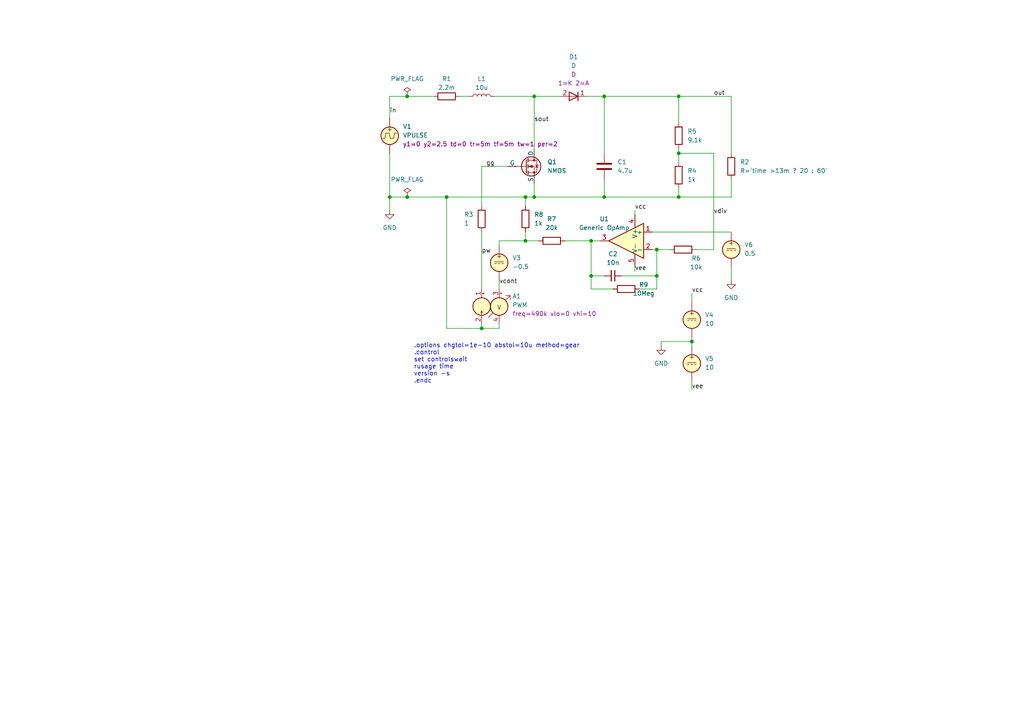
<source format=kicad_sch>
(kicad_sch (version 20230819) (generator eeschema)
  (paper "A4")
  (lib_symbols
    (symbol "D_1" (pin_names (offset 1.016) hide)
      (property "Reference" "D" (at 0 2.54 0))
      (property "Value" "D" (at 0 -2.54 0))
      (property "Sim.Device" "D" (at 0 0 0))
      (property "Sim.Pins" "1=K 2=A" (at 0 0 0))
      (symbol "D_1_0_1"
        (polyline (pts (xy -1.27 1.27) (xy -1.27 -1.27)) (stroke (width 0.254)))
        (polyline (pts (xy 1.27 0) (xy -1.27 0)))
        (polyline (pts (xy 1.27 1.27) (xy 1.27 -1.27) (xy -1.27 0) (xy 1.27 1.27)) (stroke (width 0.254)))
      )
      (symbol "D_1_1_1"
        (pin passive line (at -3.81 0 0) (length 2.54) (name "K") (number "1"))
        (pin passive line (at 3.81 0 180) (length 2.54) (name "A") (number "2"))
      )
    )
    (symbol "Device:C" (pin_numbers hide) (pin_names (offset 0.254))
      (property "Reference" "C" (at 0.635 2.54 0))
      (property "Value" "C" (at 0.635 -2.54 0))
      (symbol "C_0_1"
        (polyline (pts (xy -2.032 -0.762) (xy 2.032 -0.762)) (stroke (width 0.508)))
        (polyline (pts (xy -2.032 0.762) (xy 2.032 0.762)) (stroke (width 0.508)))
      )
      (symbol "C_1_1"
        (pin passive line (at 0 3.81 270) (length 2.794) (name "~") (number "1"))
        (pin passive line (at 0 -3.81 90) (length 2.794) (name "~") (number "2"))
      )
    )
    (symbol "Device:C_Small" (pin_numbers hide) (pin_names (offset 0.254) hide)
      (property "Reference" "C" (at 0.254 1.778 0))
      (property "Value" "C_Small" (at 0.254 -2.032 0))
      (symbol "C_Small_0_1"
        (polyline (pts (xy -1.524 -0.508) (xy 1.524 -0.508)) (stroke (width 0.3302)))
        (polyline (pts (xy -1.524 0.508) (xy 1.524 0.508)) (stroke (width 0.3048)))
      )
      (symbol "C_Small_1_1"
        (pin passive line (at 0 2.54 270) (length 2.032) (name "~") (number "1"))
        (pin passive line (at 0 -2.54 90) (length 2.032) (name "~") (number "2"))
      )
    )
    (symbol "Device:L" (pin_numbers hide) (pin_names (offset 1.016) hide)
      (property "Reference" "L" (at -1.27 0 90))
      (property "Value" "L" (at 1.905 0 90))
      (symbol "L_0_1"
        (arc (start 0 -2.54) (mid 0.6323 -1.905) (end 0 -1.27))
        (arc (start 0 -1.27) (mid 0.6323 -0.635) (end 0 0))
        (arc (start 0 0) (mid 0.6323 0.635) (end 0 1.27))
        (arc (start 0 1.27) (mid 0.6323 1.905) (end 0 2.54))
      )
      (symbol "L_1_1"
        (pin passive line (at 0 3.81 270) (length 1.27) (name "1") (number "1"))
        (pin passive line (at 0 -3.81 90) (length 1.27) (name "2") (number "2"))
      )
    )
    (symbol "Device:R" (pin_numbers hide) (pin_names (offset 0))
      (property "Reference" "R" (at 2.032 0 90))
      (property "Value" "R" (at 0 0 90))
      (symbol "R_0_1"
        (rectangle (start -1.016 -2.54) (end 1.016 2.54) (stroke (width 0.254)))
      )
      (symbol "R_1_1"
        (pin passive line (at 0 3.81 270) (length 1.27) (name "~") (number "1"))
        (pin passive line (at 0 -3.81 90) (length 1.27) (name "~") (number "2"))
      )
    )
    (symbol "PWM:PWM" (pin_names (offset 1.016) hide)
      (property "Reference" "A1" (at -3.81 1.7146 0))
      (property "Value" "PWM" (at -3.81 -0.8254 0))
      (property "Sim.Params" "freq=100k vlo=0.7 vhi=3.5" (at -16.51 -3.81 0))
      (symbol "PWM_0_1"
        (polyline (pts (xy 0 -1.27) (xy 0 -2.286)))
        (polyline (pts (xy 0.254 -1.778) (xy 0 -1.27) (xy -0.254 -1.778)))
        (circle (center 0 0) (radius 2.54) (stroke (width 0.254)) (fill (type background)))
      )
      (symbol "PWM_1_1"
        (polyline (pts (xy 0.254 3.81) (xy 0.762 3.81)))
        (polyline (pts (xy 0.508 4.064) (xy 0.508 3.556)))
        (polyline (pts (xy 1.905 -3.175) (xy 3.175 -1.905)))
        (polyline (pts (xy 5.334 3.81) (xy 5.842 3.81)))
        (polyline (pts (xy 5.588 4.064) (xy 5.588 3.556)))
        (polyline (pts (xy 6.985 1.905) (xy 8.255 3.175)))
        (polyline (pts (xy 6.985 3.175) (xy 8.255 3.175) (xy 8.255 1.905)))
        (circle (center 5.08 0) (radius 2.54) (stroke (width 0.254)) (fill (type background)))
        (text "V" (at 5.08 -0.254 0) (effects (font (size 1.27 1.27))))
        (pin input line (at 0 5.08 270) (length 2.54) (name "N+") (number "1"))
        (pin input line (at 0 -5.08 90) (length 2.54) (name "N-") (number "2"))
        (pin passive line (at 5.08 5.08 270) (length 2.54) (name "C+") (number "3"))
        (pin passive line (at 5.08 -5.08 90) (length 2.54) (name "C-") (number "4"))
      )
    )
    (symbol "Simulation_SPICE:NMOS" (pin_numbers hide) (pin_names (offset 0))
      (property "Reference" "Q" (at 5.08 1.27 0))
      (property "Value" "NMOS" (at 5.08 -1.27 0))
      (symbol "NMOS_0_1"
        (polyline (pts (xy 0.254 0) (xy -2.54 0)))
        (polyline (pts (xy 0.254 1.905) (xy 0.254 -1.905)) (stroke (width 0.254)))
        (polyline (pts (xy 0.762 -1.27) (xy 0.762 -2.286)) (stroke (width 0.254)))
        (polyline (pts (xy 0.762 0.508) (xy 0.762 -0.508)) (stroke (width 0.254)))
        (polyline (pts (xy 0.762 2.286) (xy 0.762 1.27)) (stroke (width 0.254)))
        (polyline (pts (xy 2.54 2.54) (xy 2.54 1.778)))
        (polyline (pts (xy 2.54 -2.54) (xy 2.54 0) (xy 0.762 0)))
        (polyline (pts (xy 0.762 -1.778) (xy 3.302 -1.778) (xy 3.302 1.778) (xy 0.762 1.778)))
        (polyline (pts (xy 1.016 0) (xy 2.032 0.381) (xy 2.032 -0.381) (xy 1.016 0)) (fill (type outline)))
        (polyline (pts (xy 2.794 0.508) (xy 2.921 0.381) (xy 3.683 0.381) (xy 3.81 0.254)))
        (polyline (pts (xy 3.302 0.381) (xy 2.921 -0.254) (xy 3.683 -0.254) (xy 3.302 0.381)))
        (circle (center 1.651 0) (radius 2.794) (stroke (width 0.254)))
        (circle (center 2.54 -1.778) (radius 0.254) (fill (type outline)))
        (circle (center 2.54 1.778) (radius 0.254) (fill (type outline)))
      )
      (symbol "NMOS_1_1"
        (pin passive line (at 2.54 5.08 270) (length 2.54) (name "D") (number "1"))
        (pin input line (at -5.08 0 0) (length 2.54) (name "G") (number "2"))
        (pin passive line (at 2.54 -5.08 90) (length 2.54) (name "S") (number "3"))
      )
    )
    (symbol "Simulation_SPICE:OPAMP" (pin_names (offset 0.254))
      (property "Reference" "U" (at 3.81 3.175 0))
      (property "Value" "${SIM.PARAMS}" (at 3.81 -3.175 0))
      (symbol "OPAMP_0_1"
        (polyline (pts (xy 5.08 0) (xy -5.08 5.08) (xy -5.08 -5.08) (xy 5.08 0)) (stroke (width 0.254)) (fill (type background)))
      )
      (symbol "OPAMP_1_1"
        (pin input line (at -7.62 2.54 0) (length 2.54) (name "+") (number "1"))
        (pin input line (at -7.62 -2.54 0) (length 2.54) (name "-") (number "2"))
        (pin output line (at 7.62 0 180) (length 2.54) (name "~") (number "3"))
        (pin power_in line (at -2.54 7.62 270) (length 3.81) (name "V+") (number "4"))
        (pin power_in line (at -2.54 -7.62 90) (length 3.81) (name "V-") (number "5"))
      )
    )
    (symbol "Simulation_SPICE:VDC" (pin_numbers hide) (pin_names (offset 0.0254))
      (property "Reference" "V" (at 2.54 2.54 0))
      (property "Value" "1" (at 2.54 0 0))
      (symbol "VDC_0_0"
        (polyline (pts (xy -1.27 0.254) (xy 1.27 0.254)))
        (polyline (pts (xy -0.762 -0.254) (xy -1.27 -0.254)))
        (polyline (pts (xy 0.254 -0.254) (xy -0.254 -0.254)))
        (polyline (pts (xy 1.27 -0.254) (xy 0.762 -0.254)))
        (text "+" (at 0 1.905 0) (effects (font (size 1.27 1.27))))
      )
      (symbol "VDC_0_1"
        (circle (center 0 0) (radius 2.54) (stroke (width 0.254)) (fill (type background)))
      )
      (symbol "VDC_1_1"
        (pin passive line (at 0 5.08 270) (length 2.54) (name "~") (number "1"))
        (pin passive line (at 0 -5.08 90) (length 2.54) (name "~") (number "2"))
      )
    )
    (symbol "Simulation_SPICE:VPULSE" (pin_numbers hide) (pin_names (offset 0.0254))
      (property "Reference" "V" (at 2.54 2.54 0))
      (property "Value" "VPULSE" (at 2.54 0 0))
      (property "Sim.Params" "y1=0 y2=1 td=2n tr=2n tf=2n tw=50n per=100n" (at 2.54 -2.54 0))
      (symbol "VPULSE_0_0"
        (polyline (pts (xy -2.032 -0.762) (xy -1.397 -0.762) (xy -1.143 0.762) (xy -0.127 0.762) (xy 0.127 -0.762) (xy 1.143 -0.762) (xy 1.397 0.762) (xy 2.032 0.762)))
        (text "+" (at 0 1.905 0) (effects (font (size 1.27 1.27))))
      )
      (symbol "VPULSE_0_1"
        (circle (center 0 0) (radius 2.54) (stroke (width 0.254)) (fill (type background)))
      )
      (symbol "VPULSE_1_1"
        (pin passive line (at 0 5.08 270) (length 2.54) (name "~") (number "1"))
        (pin passive line (at 0 -5.08 90) (length 2.54) (name "~") (number "2"))
      )
    )
    (symbol "power:GND" (power) (pin_names (offset 0))
      (property "Value" "GND" (at 0 -3.81 0))
      (symbol "GND_0_1"
        (polyline (pts (xy 0 0) (xy 0 -1.27) (xy 1.27 -1.27) (xy 0 -2.54) (xy -1.27 -1.27) (xy 0 -1.27)))
      )
      (symbol "GND_1_1"
        (pin power_in line (at 0 0 270) (length 0) hide (name "GND") (number "1"))
      )
    )
    (symbol "power:PWR_FLAG" (power) (pin_numbers hide) (pin_names (offset 0) hide)
      (property "Value" "PWR_FLAG" (at 0 3.81 0))
      (symbol "PWR_FLAG_0_0"
        (pin power_out line (at 0 0 90) (length 0) (name "pwr") (number "1"))
      )
      (symbol "PWR_FLAG_0_1"
        (polyline (pts (xy 0 0) (xy 0 1.27) (xy -1.016 1.905) (xy 0 2.54) (xy 1.016 1.905) (xy 0 1.27)))
      )
    )
  )
  (junction (at 190.5 72.39))
  (junction (at 200.66 99.06))
  (junction (at 175.26 27.94))
  (junction (at 118.11 57.15))
  (junction (at 139.7 95.25))
  (junction (at 154.94 27.94))
  (junction (at 196.85 57.15))
  (junction (at 171.45 80.01))
  (junction (at 113.03 57.15))
  (junction (at 118.11 27.94))
  (junction (at 171.45 69.85))
  (junction (at 152.4 69.85))
  (junction (at 190.5 80.01))
  (junction (at 196.85 27.94))
  (junction (at 175.26 57.15))
  (junction (at 154.94 57.15))
  (junction (at 129.54 57.15))
  (junction (at 152.4 57.15))
  (junction (at 196.85 44.45))
  (wire (pts (xy 144.78 81.28) (xy 144.78 83.82)))
  (wire (pts (xy 196.85 27.94) (xy 196.85 35.56)))
  (wire (pts (xy 129.54 95.25) (xy 129.54 57.15)))
  (wire (pts (xy 175.26 27.94) (xy 196.85 27.94)))
  (wire (pts (xy 139.7 95.25) (xy 129.54 95.25)))
  (wire (pts (xy 129.54 57.15) (xy 152.4 57.15)))
  (wire (pts (xy 118.11 57.15) (xy 129.54 57.15)))
  (wire (pts (xy 191.77 99.06) (xy 191.77 100.33)))
  (wire (pts (xy 113.03 27.94) (xy 118.11 27.94)))
  (wire (pts (xy 152.4 57.15) (xy 152.4 59.69)))
  (wire (pts (xy 175.26 52.07) (xy 175.26 57.15)))
  (wire (pts (xy 152.4 67.31) (xy 152.4 69.85)))
  (wire (pts (xy 175.26 27.94) (xy 175.26 44.45)))
  (wire (pts (xy 113.03 27.94) (xy 113.03 34.29)))
  (wire (pts (xy 189.23 67.31) (xy 212.09 67.31)))
  (wire (pts (xy 152.4 57.15) (xy 154.94 57.15)))
  (wire (pts (xy 144.78 69.85) (xy 152.4 69.85)))
  (wire (pts (xy 200.66 99.06) (xy 200.66 100.33)))
  (wire (pts (xy 177.8 83.82) (xy 171.45 83.82)))
  (wire (pts (xy 144.78 69.85) (xy 144.78 71.12)))
  (wire (pts (xy 152.4 69.85) (xy 156.21 69.85)))
  (wire (pts (xy 113.03 57.15) (xy 113.03 60.96)))
  (wire (pts (xy 171.45 80.01) (xy 171.45 69.85)))
  (wire (pts (xy 200.66 85.09) (xy 200.66 87.63)))
  (wire (pts (xy 207.01 72.39) (xy 201.93 72.39)))
  (wire (pts (xy 139.7 95.25) (xy 144.78 95.25)))
  (wire (pts (xy 196.85 44.45) (xy 196.85 46.99)))
  (wire (pts (xy 212.09 27.94) (xy 212.09 44.45)))
  (wire (pts (xy 196.85 57.15) (xy 212.09 57.15)))
  (wire (pts (xy 139.7 93.98) (xy 139.7 95.25)))
  (wire (pts (xy 207.01 44.45) (xy 207.01 72.39)))
  (wire (pts (xy 200.66 99.06) (xy 191.77 99.06)))
  (wire (pts (xy 196.85 54.61) (xy 196.85 57.15)))
  (wire (pts (xy 139.7 67.31) (xy 139.7 83.82)))
  (wire (pts (xy 154.94 27.94) (xy 154.94 43.18)))
  (wire (pts (xy 196.85 44.45) (xy 207.01 44.45)))
  (wire (pts (xy 185.42 83.82) (xy 190.5 83.82)))
  (wire (pts (xy 189.23 72.39) (xy 190.5 72.39)))
  (wire (pts (xy 118.11 27.94) (xy 125.73 27.94)))
  (wire (pts (xy 171.45 69.85) (xy 173.99 69.85)))
  (wire (pts (xy 184.15 60.96) (xy 184.15 62.23)))
  (wire (pts (xy 184.15 77.47) (xy 184.15 78.74)))
  (wire (pts (xy 154.94 27.94) (xy 162.56 27.94)))
  (wire (pts (xy 163.83 69.85) (xy 171.45 69.85)))
  (wire (pts (xy 196.85 43.18) (xy 196.85 44.45)))
  (wire (pts (xy 154.94 53.34) (xy 154.94 57.15)))
  (wire (pts (xy 190.5 80.01) (xy 190.5 72.39)))
  (wire (pts (xy 139.7 48.26) (xy 147.32 48.26)))
  (wire (pts (xy 200.66 110.49) (xy 200.66 113.03)))
  (wire (pts (xy 143.51 27.94) (xy 154.94 27.94)))
  (wire (pts (xy 144.78 93.98) (xy 144.78 95.25)))
  (wire (pts (xy 171.45 80.01) (xy 175.26 80.01)))
  (wire (pts (xy 212.09 77.47) (xy 212.09 81.28)))
  (wire (pts (xy 196.85 27.94) (xy 212.09 27.94)))
  (wire (pts (xy 154.94 57.15) (xy 175.26 57.15)))
  (wire (pts (xy 212.09 57.15) (xy 212.09 52.07)))
  (wire (pts (xy 133.35 27.94) (xy 135.89 27.94)))
  (wire (pts (xy 180.34 80.01) (xy 190.5 80.01)))
  (wire (pts (xy 113.03 57.15) (xy 113.03 44.45)))
  (wire (pts (xy 171.45 83.82) (xy 171.45 80.01)))
  (wire (pts (xy 139.7 48.26) (xy 139.7 59.69)))
  (wire (pts (xy 170.18 27.94) (xy 175.26 27.94)))
  (wire (pts (xy 200.66 97.79) (xy 200.66 99.06)))
  (wire (pts (xy 175.26 57.15) (xy 196.85 57.15)))
  (wire (pts (xy 194.31 72.39) (xy 190.5 72.39)))
  (wire (pts (xy 190.5 83.82) (xy 190.5 80.01)))
  (wire (pts (xy 113.03 57.15) (xy 118.11 57.15)))
  (text ".options chgtol=1e-10 abstol=10u method=gear\n.control\nset controlswait\nrusage time\nversion -s\n.endc\n" (at 120.015 105.41 0) (effects (font (size 1.27 1.27)) (justify left)))
  (label "in" (at 113.03 33.02 0))
  (label "out" (at 207.01 27.94 0))
  (label "vdiv" (at 207.01 62.23 0))
  (label "vcc" (at 184.15 60.96 0))
  (label "gg" (at 140.97 48.26 0))
  (label "sout" (at 154.94 35.56 0))
  (label "vcc" (at 200.66 85.09 0))
  (label "vee" (at 200.66 113.03 0))
  (label "pw" (at 139.7 73.66 0))
  (label "vee" (at 184.15 78.74 0))
  (label "vcont" (at 144.78 82.55 0))
  (symbol (lib_id "power:GND") (at 113.03 60.96 0) (unit 1)
    (property "Reference" "#PWR01" (effects hide))
    (property "Value" "GND" (at 113.03 66.04 0))
    (property "Description" "Power symbol creates a global label with name \"GND\" , ground" (effects hide))
  )
  (symbol (lib_id "Device:L") (at 139.7 27.94 90) (unit 1)
    (property "Reference" "L1" (at 139.7 22.86 90))
    (property "Value" "10u" (at 139.7 25.4 90))
    (property "Description" "Inductor" (effects hide))
  )
  (symbol (lib_id "Device:R") (at 198.12 72.39 270) (unit 1)
    (property "Reference" "R6" (at 201.93 74.93 90))
    (property "Value" "10k" (at 201.93 77.47 90))
    (property "Description" "Resistor" (effects hide))
  )
  (symbol (lib_id "power:GND") (at 191.77 100.33 0) (unit 1)
    (property "Reference" "#PWR03" (effects hide))
    (property "Value" "GND" (at 191.77 105.41 0))
    (property "Description" "Power symbol creates a global label with name \"GND\" , ground" (effects hide))
  )
  (symbol (lib_id "Simulation_SPICE:OPAMP") (at 181.61 69.85 0) (mirror y) (unit 1)
    (property "Reference" "U1" (at 175.26 63.5 0))
    (property "Value" "Generic OpAmp" (at 175.26 66.04 0))
    (property "Description" "Operational amplifier, single, node sequence=1:+ 2:- 3:OUT 4:V+ 5:V-" (effects hide))
    (property "Sim.Pins" "1=in+ 2=in- 3=out 4=vcc 5=vee" (effects hide))
    (property "Sim.Device" "SUBCKT" (effects hide))
    (property "Sim.Library" "D:\\Spice_general\\KiCad-799\\SMPS\\basic-complete\\GenOpAmp.lib" (effects hide))
    (property "Sim.Name" "genopa1" (effects hide))
  )
  (symbol (lib_id "Simulation_SPICE:VDC") (at 200.66 105.41 0) (unit 1)
    (property "Reference" "V5" (at 204.47 104.0101 0) (effects (justify left)))
    (property "Value" "10" (at 204.47 106.5501 0) (effects (justify left)))
    (property "Description" "Voltage source, DC" (effects hide))
    (property "Sim.Pins" "1=+ 2=-" (effects hide))
    (property "Sim.Type" "DC" (effects hide))
    (property "Sim.Device" "V" (effects hide))
  )
  (symbol (lib_id "Simulation_SPICE:VPULSE") (at 113.03 39.37 0) (unit 1)
    (property "Reference" "V1" (at 116.84 36.7001 0) (effects (justify left)))
    (property "Value" "VPULSE" (at 116.84 39.2401 0) (effects (justify left)))
    (property "Description" "Voltage source, pulse" (effects hide))
    (property "Sim.Pins" "1=+ 2=-" (effects hide))
    (property "Sim.Type" "PULSE" (effects hide))
    (property "Sim.Device" "V" (effects hide))
    (property "Sim.Params" "y1=0 y2=2.5 td=0 tr=5m tf=5m tw=1 per=2" (at 116.84 41.7801 0) (effects (justify left)))
  )
  (symbol (lib_id "power:GND") (at 212.09 81.28 0) (unit 1)
    (property "Reference" "#PWR04" (effects hide))
    (property "Value" "GND" (at 212.09 86.36 0))
    (property "Description" "Power symbol creates a global label with name \"GND\" , ground" (effects hide))
  )
  (symbol (lib_id "Simulation_SPICE:VDC") (at 212.09 72.39 0) (unit 1)
    (property "Reference" "V6" (at 215.9 70.9901 0) (effects (justify left)))
    (property "Value" "0.5" (at 215.9 73.5301 0) (effects (justify left)))
    (property "Description" "Voltage source, DC" (effects hide))
    (property "Sim.Pins" "1=+ 2=-" (effects hide))
    (property "Sim.Type" "DC" (effects hide))
    (property "Sim.Device" "V" (effects hide))
  )
  (symbol (lib_id "Device:R") (at 196.85 39.37 0) (unit 1)
    (property "Reference" "R5" (at 199.39 38.0999 0) (effects (justify left)))
    (property "Value" "9.1k" (at 199.39 40.6399 0) (effects (justify left)))
    (property "Description" "Resistor" (effects hide))
  )
  (symbol (lib_id "power:PWR_FLAG") (at 118.11 57.15 0) (unit 1)
    (property "Reference" "#FLG02" (effects hide))
    (property "Value" "PWR_FLAG" (at 118.11 52.07 0))
    (property "Description" "Special symbol for telling ERC where power comes from" (effects hide))
  )
  (symbol (lib_id "Simulation_SPICE:VDC") (at 200.66 92.71 0) (unit 1)
    (property "Reference" "V4" (at 204.47 91.3101 0) (effects (justify left)))
    (property "Value" "10" (at 204.47 93.8501 0) (effects (justify left)))
    (property "Description" "Voltage source, DC" (effects hide))
    (property "Sim.Pins" "1=+ 2=-" (effects hide))
    (property "Sim.Type" "DC" (effects hide))
    (property "Sim.Device" "V" (effects hide))
  )
  (symbol (lib_id "Device:C_Small") (at 177.8 80.01 270) (mirror x) (unit 1)
    (property "Reference" "C2" (at 177.7936 73.66 90))
    (property "Value" "10n" (at 177.7936 76.2 90))
    (property "Description" "Unpolarized capacitor, small symbol" (effects hide))
  )
  (symbol (lib_id "Device:C") (at 175.26 48.26 0) (unit 1)
    (property "Reference" "C1" (at 179.07 46.9899 0) (effects (justify left)))
    (property "Value" "4.7u" (at 179.07 49.5299 0) (effects (justify left)))
    (property "Description" "Unpolarized capacitor" (effects hide))
  )
  (symbol (lib_id "PWM:PWM") (at 139.7 88.9 0) (unit 1)
    (property "Reference" "A1" (at 148.59 85.9154 0) (effects (justify left)))
    (property "Value" "PWM" (at 148.59 88.4554 0) (effects (justify left)))
    (property "Datasheet" "https://ngspice.sourceforge.io/docs.html" (effects hide))
    (property "Description" "Voltage-dependent Voltage source symbol for simulation only" (effects hide))
    (property "Sim.Library" "D:\\Spice_general\\KiCad-799\\SMPS\\basic-complete\\pwm2_model.lib" (effects hide))
    (property "Sim.Name" "pwm" (effects hide))
    (property "Sim.Device" "SUBCKT" (effects hide))
    (property "Sim.Pins" "1=out+ 2=out- 3=in+ 4=in-" (effects hide))
    (property "Sim.Params" "freq=490k vlo=0 vhi=10" (at 148.59 90.9954 0) (effects (justify left)))
  )
  (symbol (lib_id "Simulation_SPICE:VDC") (at 144.78 76.2 0) (unit 1)
    (property "Reference" "V3" (at 148.59 74.8001 0) (effects (justify left)))
    (property "Value" "-0.5" (at 148.59 77.3401 0) (effects (justify left)))
    (property "Description" "Voltage source, DC" (effects hide))
    (property "Sim.Pins" "1=+ 2=-" (effects hide))
    (property "Sim.Type" "DC" (effects hide))
    (property "Sim.Device" "V" (effects hide))
  )
  (symbol (lib_id "power:PWR_FLAG") (at 118.11 27.94 0) (unit 1)
    (property "Reference" "#FLG01" (effects hide))
    (property "Value" "PWR_FLAG" (at 118.11 22.86 0))
    (property "Description" "Special symbol for telling ERC where power comes from" (effects hide))
  )
  (symbol (lib_id "Device:R") (at 181.61 83.82 270) (unit 1)
    (property "Reference" "R9" (at 186.69 82.55 90))
    (property "Value" "10Meg" (at 186.69 85.09 90))
    (property "Description" "Resistor" (effects hide))
  )
  (symbol (lib_id "Device:R") (at 212.09 48.26 0) (unit 1)
    (property "Reference" "R2" (at 214.63 46.9899 0) (effects (justify left)))
    (property "Value" "R='time >13m ? 20 : 60'" (at 214.63 49.5299 0) (effects (justify left)))
    (property "Description" "Resistor" (effects hide))
  )
  (symbol (lib_id "Device:R") (at 152.4 63.5 180) (unit 1)
    (property "Reference" "R8" (at 154.94 62.2299 0) (effects (justify right)))
    (property "Value" "1k" (at 154.94 64.7699 0) (effects (justify right)))
    (property "Description" "Resistor" (effects hide))
  )
  (symbol (lib_id "Device:R") (at 196.85 50.8 0) (unit 1)
    (property "Reference" "R4" (at 199.39 49.5299 0) (effects (justify left)))
    (property "Value" "1k" (at 199.39 52.0699 0) (effects (justify left)))
    (property "Description" "Resistor" (effects hide))
  )
  (symbol (lib_name "D_1") (lib_id "Simulation_SPICE:D") (at 166.37 27.94 0) (mirror y) (unit 1)
    (property "Reference" "D1" (at 166.37 16.51 0))
    (property "Value" "D" (at 166.37 19.05 0))
    (property "Description" "Diode for simulation or PCB" (effects hide))
    (property "Sim.Device" "D" (at 166.37 21.59 0))
    (property "Sim.Pins" "1=K 2=A" (at 166.37 24.13 0))
  )
  (symbol (lib_id "Device:R") (at 160.02 69.85 270) (unit 1)
    (property "Reference" "R7" (at 160.02 63.5 90))
    (property "Value" "20k" (at 160.02 66.04 90))
    (property "Description" "Resistor" (effects hide))
  )
  (symbol (lib_id "Device:R") (at 139.7 63.5 180) (unit 1)
    (property "Reference" "R3" (at 134.62 62.23 0) (effects (justify right)))
    (property "Value" "1" (at 134.62 64.77 0) (effects (justify right)))
    (property "Description" "Resistor" (effects hide))
  )
  (symbol (lib_id "Device:R") (at 129.54 27.94 90) (unit 1)
    (property "Reference" "R1" (at 129.54 22.86 90))
    (property "Value" "2.2m" (at 129.54 25.4 90))
    (property "Description" "Resistor" (effects hide))
  )
  (symbol (lib_id "Simulation_SPICE:NMOS") (at 152.4 48.26 0) (unit 1)
    (property "Reference" "Q1" (at 158.75 46.9899 0) (effects (justify left)))
    (property "Value" "NMOS" (at 158.75 49.5299 0) (effects (justify left)))
    (property "Datasheet" "https://ngspice.sourceforge.io/docs/ngspice-manual.pdf" (effects hide))
    (property "Description" "N-MOSFET transistor, drain/source/gate" (effects hide))
    (property "Sim.Device" "NMOS" (effects hide))
    (property "Sim.Type" "VDMOS" (effects hide))
    (property "Sim.Pins" "1=D 2=G 3=S" (effects hide))
  )
)
</source>
